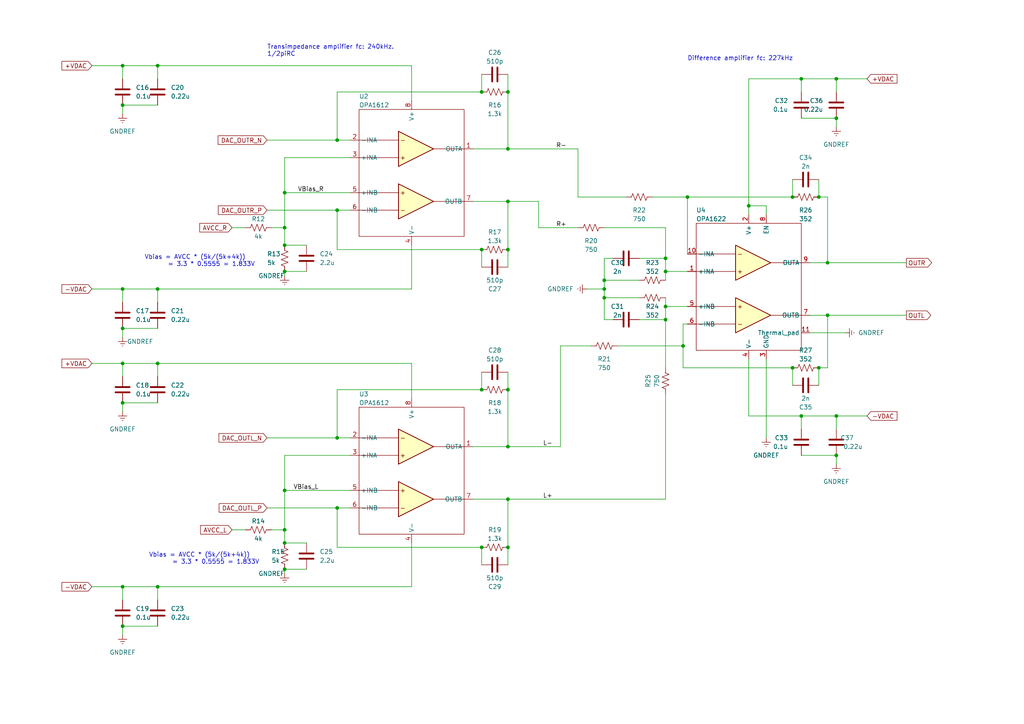
<source format=kicad_sch>
(kicad_sch (version 20211123) (generator eeschema)
  (paper "A4")
  (title_block (title "Output Stage"))
  (lib_symbols
    (symbol "Device:C" (pin_numbers hide) (pin_names (offset 0.254))
      (property "Reference" "C" (at 0.635 2.54 0))
      (property "Value" "C" (at 0.635 -2.54 0))
      (symbol "C_0_1"
        (polyline (pts (xy -2.032 -0.762) (xy 2.032 -0.762)) (stroke (width 0.508)))
        (polyline (pts (xy -2.032 0.762) (xy 2.032 0.762)) (stroke (width 0.508)))
      )
      (symbol "C_1_1"
        (pin passive line (at 0 3.81 270) (length 2.794) (name "~") (number "1"))
        (pin passive line (at 0 -3.81 90) (length 2.794) (name "~") (number "2"))
      )
    )
    (symbol "Device:R_US" (pin_numbers hide) (pin_names (offset 0))
      (property "Reference" "R" (at 2.54 0 90))
      (property "Value" "R_US" (at -2.54 0 90))
      (symbol "R_US_0_1"
        (polyline (pts (xy 0 -2.286) (xy 0 -2.54)))
        (polyline (pts (xy 0 2.286) (xy 0 2.54)))
        (polyline (pts (xy 0 -0.762) (xy 1.016 -1.143) (xy 0 -1.524) (xy -1.016 -1.905) (xy 0 -2.286)))
        (polyline (pts (xy 0 0.762) (xy 1.016 0.381) (xy 0 0) (xy -1.016 -0.381) (xy 0 -0.762)))
        (polyline (pts (xy 0 2.286) (xy 1.016 1.905) (xy 0 1.524) (xy -1.016 1.143) (xy 0 0.762)))
      )
      (symbol "R_US_1_1"
        (pin passive line (at 0 3.81 270) (length 1.27) (name "~") (number "1"))
        (pin passive line (at 0 -3.81 90) (length 1.27) (name "~") (number "2"))
      )
    )
    (symbol "power:GNDREF" (power) (pin_names (offset 0))
      (property "Value" "GNDREF" (at 0 -3.81 0))
      (symbol "GNDREF_0_1"
        (polyline (pts (xy -0.635 -1.905) (xy 0.635 -1.905)))
        (polyline (pts (xy -0.127 -2.54) (xy 0.127 -2.54)))
        (polyline (pts (xy 0 -1.27) (xy 0 0)))
        (polyline (pts (xy 1.27 -1.27) (xy -1.27 -1.27)))
      )
      (symbol "GNDREF_1_1"
        (pin power_in line (at 0 0 270) (length 0) hide (name "GNDREF") (number "1"))
      )
    )
    (symbol "steDAC:OPA1612-Q1"
      (property "Reference" "U" (at 1.27 1.27 0))
      (property "Value" "OPA1612-Q1" (at 6.35 3.81 0))
      (symbol "OPA1612-Q1_0_0"
        (polyline (pts (xy 0 -29.21) (xy 11.43 -29.21)))
        (polyline (pts (xy 0 -24.13) (xy 11.43 -24.13)))
        (polyline (pts (xy 0 -13.97) (xy 11.43 -13.97)))
        (polyline (pts (xy 0 -8.89) (xy 11.43 -8.89)))
        (polyline (pts (xy 21.59 -26.67) (xy 30.48 -26.67)))
        (polyline (pts (xy 21.59 -11.43) (xy 30.48 -11.43)))
        (text "+" (at 12.7 -24.13 0) (effects (font (size 1.27 1.27))))
        (text "+" (at 12.7 -13.97 0) (effects (font (size 1.27 1.27))))
        (text "-" (at 12.7 -29.21 0) (effects (font (size 1.27 1.27))))
        (text "-" (at 12.7 -8.89 0) (effects (font (size 1.27 1.27))))
      )
      (symbol "OPA1612-Q1_0_1"
        (polyline (pts (xy 21.59 -26.67) (xy 11.43 -31.75) (xy 11.43 -21.59) (xy 21.59 -26.67)) (stroke (width 0.254)) (fill (type background)))
        (polyline (pts (xy 21.59 -11.43) (xy 11.43 -6.35) (xy 11.43 -16.51) (xy 21.59 -11.43)) (stroke (width 0.254)) (fill (type background)))
        (rectangle (start 0 0) (end 30.48 -36.83))
      )
      (symbol "OPA1612-Q1_1_1"
        (pin output line (at 33.02 -11.43 180) (length 2.54) (name "OUTA") (number "1"))
        (pin input line (at -2.54 -8.89 0) (length 2.54) (name "-INA") (number "2"))
        (pin input line (at -2.54 -13.97 0) (length 2.54) (name "+INA") (number "3"))
        (pin power_in line (at 15.24 -39.37 90) (length 2.54) (name "V-") (number "4"))
        (pin input line (at -2.54 -24.13 0) (length 2.54) (name "+INB") (number "5"))
        (pin input line (at -2.54 -29.21 0) (length 2.54) (name "-INB") (number "6"))
        (pin output line (at 33.02 -26.67 180) (length 2.54) (name "OUTB") (number "7"))
        (pin power_in line (at 15.24 2.54 270) (length 2.54) (name "V+") (number "8"))
      )
    )
    (symbol "steDAC:OPA1622"
      (property "Reference" "U" (at 0 3.81 0))
      (property "Value" "OPA1622" (at 3.81 1.27 0))
      (symbol "OPA1622_0_0"
        (polyline (pts (xy 0 -29.21) (xy 11.43 -29.21)))
        (polyline (pts (xy 0 -24.13) (xy 11.43 -24.13)))
        (polyline (pts (xy 0 -13.97) (xy 11.43 -13.97)))
        (polyline (pts (xy 0 -8.89) (xy 11.43 -8.89)))
        (polyline (pts (xy 21.59 -26.67) (xy 30.48 -26.67)))
        (polyline (pts (xy 21.59 -11.43) (xy 30.48 -11.43)))
        (text "+" (at 12.7 -24.13 0) (effects (font (size 1.27 1.27))))
        (text "+" (at 12.7 -13.97 0) (effects (font (size 1.27 1.27))))
        (text "-" (at 12.7 -29.21 0) (effects (font (size 1.27 1.27))))
        (text "-" (at 12.7 -8.89 0) (effects (font (size 1.27 1.27))))
      )
      (symbol "OPA1622_0_1"
        (polyline (pts (xy 21.59 -26.67) (xy 11.43 -31.75) (xy 11.43 -21.59) (xy 21.59 -26.67)) (stroke (width 0.254)) (fill (type background)))
        (polyline (pts (xy 21.59 -11.43) (xy 11.43 -6.35) (xy 11.43 -16.51) (xy 21.59 -11.43)) (stroke (width 0.254)) (fill (type background)))
        (rectangle (start 0 0) (end 30.48 -36.83))
      )
      (symbol "OPA1622_1_1"
        (pin input line (at -2.54 -13.97 0) (length 2.54) (name "+INA") (number "1"))
        (pin input line (at -2.54 -8.89 0) (length 2.54) (name "-INA") (number "10"))
        (pin passive line (at 33.02 -31.75 180) (length 2.54) (name "Thermal_pad") (number "11"))
        (pin power_in line (at 15.24 2.54 270) (length 2.54) (name "V+") (number "2"))
        (pin power_in line (at 20.32 -39.37 90) (length 2.54) (name "GND") (number "3"))
        (pin power_in line (at 15.24 -39.37 90) (length 2.54) (name "V-") (number "4"))
        (pin input line (at -2.54 -24.13 0) (length 2.54) (name "+INB") (number "5"))
        (pin input line (at -2.54 -29.21 0) (length 2.54) (name "-INB") (number "6"))
        (pin output line (at 33.02 -26.67 180) (length 2.54) (name "OUTB") (number "7"))
        (pin input line (at 20.32 2.54 270) (length 2.54) (name "EN") (number "8"))
        (pin output line (at 33.02 -11.43 180) (length 2.54) (name "OUTA") (number "9"))
      )
    )
  )
  (junction (at 240.03 91.44))
  (junction (at 242.57 132.08))
  (junction (at 82.55 71.12))
  (junction (at 82.55 142.24))
  (junction (at 139.7 26.67))
  (junction (at 232.41 22.86))
  (junction (at 82.55 66.04))
  (junction (at 193.04 88.9))
  (junction (at 35.56 170.18))
  (junction (at 147.32 144.78))
  (junction (at 82.55 165.1))
  (junction (at 193.04 92.71))
  (junction (at 147.32 43.18))
  (junction (at 193.04 74.93))
  (junction (at 45.72 105.41))
  (junction (at 237.49 106.68))
  (junction (at 147.32 158.75))
  (junction (at 35.56 181.61))
  (junction (at 82.55 157.48))
  (junction (at 82.55 55.88))
  (junction (at 147.32 113.03))
  (junction (at 240.03 76.2))
  (junction (at 175.26 81.28))
  (junction (at 193.04 78.74))
  (junction (at 198.12 100.33))
  (junction (at 45.72 19.05))
  (junction (at 139.7 72.39))
  (junction (at 97.79 60.96))
  (junction (at 45.72 170.18))
  (junction (at 35.56 116.84))
  (junction (at 35.56 30.48))
  (junction (at 217.17 59.69))
  (junction (at 45.72 83.82))
  (junction (at 147.32 129.54))
  (junction (at 242.57 22.86))
  (junction (at 147.32 58.42))
  (junction (at 175.26 83.82))
  (junction (at 97.79 147.32))
  (junction (at 237.49 57.15))
  (junction (at 82.55 78.74))
  (junction (at 229.87 57.15))
  (junction (at 139.7 158.75))
  (junction (at 97.79 40.64))
  (junction (at 147.32 26.67))
  (junction (at 242.57 120.65))
  (junction (at 229.87 106.68))
  (junction (at 147.32 72.39))
  (junction (at 175.26 86.36))
  (junction (at 242.57 34.29))
  (junction (at 82.55 153.67))
  (junction (at 35.56 95.25))
  (junction (at 97.79 127))
  (junction (at 35.56 83.82))
  (junction (at 35.56 19.05))
  (junction (at 232.41 120.65))
  (junction (at 139.7 113.03))
  (junction (at 35.56 105.41))
  (junction (at 199.39 57.15))
  (wire (pts (xy 97.79 127) (xy 101.6 127)))
  (wire (pts (xy 137.16 129.54) (xy 147.32 129.54)))
  (wire (pts (xy 119.38 115.57) (xy 119.38 105.41)))
  (wire (pts (xy 139.7 107.95) (xy 139.7 113.03)))
  (wire (pts (xy 97.79 158.75) (xy 139.7 158.75)))
  (wire (pts (xy 82.55 55.88) (xy 101.6 55.88)))
  (wire (pts (xy 217.17 62.23) (xy 217.17 59.69)))
  (wire (pts (xy 82.55 153.67) (xy 78.74 153.67)))
  (wire (pts (xy 97.79 40.64) (xy 101.6 40.64)))
  (wire (pts (xy 45.72 83.82) (xy 35.56 83.82)))
  (wire (pts (xy 217.17 59.69) (xy 217.17 22.86)))
  (wire (pts (xy 171.45 100.33) (xy 162.56 100.33)))
  (wire (pts (xy 179.07 100.33) (xy 198.12 100.33)))
  (wire (pts (xy 137.16 58.42) (xy 147.32 58.42)))
  (wire (pts (xy 237.49 111.76) (xy 237.49 106.68)))
  (wire (pts (xy 119.38 71.12) (xy 119.38 83.82)))
  (wire (pts (xy 251.46 120.65) (xy 242.57 120.65)))
  (wire (pts (xy 97.79 147.32) (xy 97.79 158.75)))
  (wire (pts (xy 82.55 71.12) (xy 88.9 71.12)))
  (wire (pts (xy 97.79 113.03) (xy 139.7 113.03)))
  (wire (pts (xy 26.67 105.41) (xy 35.56 105.41)))
  (wire (pts (xy 45.72 170.18) (xy 119.38 170.18)))
  (wire (pts (xy 35.56 116.84) (xy 35.56 119.38)))
  (wire (pts (xy 240.03 91.44) (xy 234.95 91.44)))
  (wire (pts (xy 185.42 74.93) (xy 193.04 74.93)))
  (wire (pts (xy 45.72 30.48) (xy 35.56 30.48)))
  (wire (pts (xy 45.72 116.84) (xy 35.56 116.84)))
  (wire (pts (xy 97.79 72.39) (xy 139.7 72.39)))
  (wire (pts (xy 198.12 93.98) (xy 199.39 93.98)))
  (wire (pts (xy 229.87 106.68) (xy 198.12 106.68)))
  (wire (pts (xy 35.56 19.05) (xy 35.56 22.86)))
  (wire (pts (xy 222.25 104.14) (xy 222.25 127)))
  (wire (pts (xy 77.47 60.96) (xy 97.79 60.96)))
  (wire (pts (xy 26.67 19.05) (xy 35.56 19.05)))
  (wire (pts (xy 35.56 30.48) (xy 35.56 33.02)))
  (wire (pts (xy 237.49 106.68) (xy 240.03 106.68)))
  (wire (pts (xy 35.56 181.61) (xy 35.56 184.15)))
  (wire (pts (xy 177.8 74.93) (xy 175.26 74.93)))
  (wire (pts (xy 245.11 96.52) (xy 234.95 96.52)))
  (wire (pts (xy 193.04 92.71) (xy 193.04 106.68)))
  (wire (pts (xy 139.7 21.59) (xy 139.7 26.67)))
  (wire (pts (xy 193.04 86.36) (xy 193.04 88.9)))
  (wire (pts (xy 232.41 120.65) (xy 242.57 120.65)))
  (wire (pts (xy 101.6 45.72) (xy 82.55 45.72)))
  (wire (pts (xy 45.72 83.82) (xy 119.38 83.82)))
  (wire (pts (xy 198.12 106.68) (xy 198.12 100.33)))
  (wire (pts (xy 232.41 26.67) (xy 232.41 22.86)))
  (wire (pts (xy 147.32 129.54) (xy 147.32 113.03)))
  (wire (pts (xy 193.04 88.9) (xy 199.39 88.9)))
  (wire (pts (xy 242.57 22.86) (xy 242.57 26.67)))
  (wire (pts (xy 193.04 74.93) (xy 193.04 78.74)))
  (wire (pts (xy 167.64 57.15) (xy 167.64 43.18)))
  (wire (pts (xy 67.31 66.04) (xy 71.12 66.04)))
  (wire (pts (xy 242.57 120.65) (xy 242.57 124.46)))
  (wire (pts (xy 175.26 92.71) (xy 175.26 86.36)))
  (wire (pts (xy 242.57 132.08) (xy 242.57 134.62)))
  (wire (pts (xy 198.12 100.33) (xy 198.12 93.98)))
  (wire (pts (xy 167.64 66.04) (xy 156.21 66.04)))
  (wire (pts (xy 97.79 26.67) (xy 139.7 26.67)))
  (wire (pts (xy 147.32 144.78) (xy 147.32 158.75)))
  (wire (pts (xy 170.18 83.82) (xy 175.26 83.82)))
  (wire (pts (xy 240.03 57.15) (xy 240.03 76.2)))
  (wire (pts (xy 97.79 40.64) (xy 97.79 26.67)))
  (wire (pts (xy 199.39 57.15) (xy 199.39 73.66)))
  (wire (pts (xy 185.42 92.71) (xy 193.04 92.71)))
  (wire (pts (xy 45.72 109.22) (xy 45.72 105.41)))
  (wire (pts (xy 175.26 83.82) (xy 175.26 86.36)))
  (wire (pts (xy 162.56 129.54) (xy 147.32 129.54)))
  (wire (pts (xy 232.41 34.29) (xy 242.57 34.29)))
  (wire (pts (xy 147.32 163.83) (xy 147.32 158.75)))
  (wire (pts (xy 189.23 57.15) (xy 199.39 57.15)))
  (wire (pts (xy 162.56 100.33) (xy 162.56 129.54)))
  (wire (pts (xy 240.03 91.44) (xy 262.89 91.44)))
  (wire (pts (xy 137.16 43.18) (xy 147.32 43.18)))
  (wire (pts (xy 193.04 78.74) (xy 193.04 81.28)))
  (wire (pts (xy 229.87 52.07) (xy 229.87 57.15)))
  (wire (pts (xy 193.04 144.78) (xy 193.04 114.3)))
  (wire (pts (xy 67.31 153.67) (xy 71.12 153.67)))
  (wire (pts (xy 97.79 60.96) (xy 101.6 60.96)))
  (wire (pts (xy 240.03 106.68) (xy 240.03 91.44)))
  (wire (pts (xy 175.26 81.28) (xy 185.42 81.28)))
  (wire (pts (xy 156.21 66.04) (xy 156.21 58.42)))
  (wire (pts (xy 26.67 83.82) (xy 35.56 83.82)))
  (wire (pts (xy 82.55 80.01) (xy 82.55 78.74)))
  (wire (pts (xy 35.56 170.18) (xy 35.56 173.99)))
  (wire (pts (xy 97.79 147.32) (xy 101.6 147.32)))
  (wire (pts (xy 77.47 127) (xy 97.79 127)))
  (wire (pts (xy 82.55 142.24) (xy 101.6 142.24)))
  (wire (pts (xy 45.72 22.86) (xy 45.72 19.05)))
  (wire (pts (xy 35.56 105.41) (xy 45.72 105.41)))
  (wire (pts (xy 193.04 66.04) (xy 193.04 74.93)))
  (wire (pts (xy 26.67 170.18) (xy 35.56 170.18)))
  (wire (pts (xy 222.25 59.69) (xy 217.17 59.69)))
  (wire (pts (xy 217.17 22.86) (xy 232.41 22.86)))
  (wire (pts (xy 82.55 157.48) (xy 88.9 157.48)))
  (wire (pts (xy 217.17 104.14) (xy 217.17 120.65)))
  (wire (pts (xy 237.49 52.07) (xy 237.49 57.15)))
  (wire (pts (xy 97.79 60.96) (xy 97.79 72.39)))
  (wire (pts (xy 35.56 95.25) (xy 35.56 97.79)))
  (wire (pts (xy 82.55 55.88) (xy 82.55 66.04)))
  (wire (pts (xy 82.55 78.74) (xy 88.9 78.74)))
  (wire (pts (xy 82.55 165.1) (xy 88.9 165.1)))
  (wire (pts (xy 251.46 22.86) (xy 242.57 22.86)))
  (wire (pts (xy 45.72 170.18) (xy 35.56 170.18)))
  (wire (pts (xy 175.26 86.36) (xy 185.42 86.36)))
  (wire (pts (xy 82.55 166.37) (xy 82.55 165.1)))
  (wire (pts (xy 147.32 21.59) (xy 147.32 26.67)))
  (wire (pts (xy 77.47 40.64) (xy 97.79 40.64)))
  (wire (pts (xy 35.56 19.05) (xy 45.72 19.05)))
  (wire (pts (xy 82.55 132.08) (xy 82.55 142.24)))
  (wire (pts (xy 147.32 107.95) (xy 147.32 113.03)))
  (wire (pts (xy 232.41 132.08) (xy 242.57 132.08)))
  (wire (pts (xy 242.57 34.29) (xy 242.57 36.83)))
  (wire (pts (xy 175.26 74.93) (xy 175.26 81.28)))
  (wire (pts (xy 82.55 66.04) (xy 82.55 71.12)))
  (wire (pts (xy 232.41 124.46) (xy 232.41 120.65)))
  (wire (pts (xy 242.57 22.86) (xy 232.41 22.86)))
  (wire (pts (xy 147.32 58.42) (xy 156.21 58.42)))
  (wire (pts (xy 45.72 87.63) (xy 45.72 83.82)))
  (wire (pts (xy 147.32 58.42) (xy 147.32 72.39)))
  (wire (pts (xy 137.16 144.78) (xy 147.32 144.78)))
  (wire (pts (xy 119.38 105.41) (xy 45.72 105.41)))
  (wire (pts (xy 237.49 57.15) (xy 240.03 57.15)))
  (wire (pts (xy 82.55 142.24) (xy 82.55 153.67)))
  (wire (pts (xy 119.38 19.05) (xy 45.72 19.05)))
  (wire (pts (xy 181.61 57.15) (xy 167.64 57.15)))
  (wire (pts (xy 240.03 76.2) (xy 262.89 76.2)))
  (wire (pts (xy 139.7 163.83) (xy 139.7 158.75)))
  (wire (pts (xy 101.6 132.08) (xy 82.55 132.08)))
  (wire (pts (xy 45.72 173.99) (xy 45.72 170.18)))
  (wire (pts (xy 240.03 76.2) (xy 234.95 76.2)))
  (wire (pts (xy 77.47 147.32) (xy 97.79 147.32)))
  (wire (pts (xy 45.72 95.25) (xy 35.56 95.25)))
  (wire (pts (xy 147.32 144.78) (xy 193.04 144.78)))
  (wire (pts (xy 199.39 78.74) (xy 193.04 78.74)))
  (wire (pts (xy 35.56 83.82) (xy 35.56 87.63)))
  (wire (pts (xy 199.39 57.15) (xy 229.87 57.15)))
  (wire (pts (xy 222.25 62.23) (xy 222.25 59.69)))
  (wire (pts (xy 147.32 77.47) (xy 147.32 72.39)))
  (wire (pts (xy 193.04 88.9) (xy 193.04 92.71)))
  (wire (pts (xy 139.7 77.47) (xy 139.7 72.39)))
  (wire (pts (xy 167.64 43.18) (xy 147.32 43.18)))
  (wire (pts (xy 35.56 105.41) (xy 35.56 109.22)))
  (wire (pts (xy 97.79 127) (xy 97.79 113.03)))
  (wire (pts (xy 175.26 81.28) (xy 175.26 83.82)))
  (wire (pts (xy 175.26 66.04) (xy 193.04 66.04)))
  (wire (pts (xy 82.55 45.72) (xy 82.55 55.88)))
  (wire (pts (xy 119.38 157.48) (xy 119.38 170.18)))
  (wire (pts (xy 119.38 29.21) (xy 119.38 19.05)))
  (wire (pts (xy 147.32 43.18) (xy 147.32 26.67)))
  (wire (pts (xy 45.72 181.61) (xy 35.56 181.61)))
  (wire (pts (xy 229.87 111.76) (xy 229.87 106.68)))
  (wire (pts (xy 177.8 92.71) (xy 175.26 92.71)))
  (wire (pts (xy 217.17 120.65) (xy 232.41 120.65)))
  (wire (pts (xy 78.74 66.04) (xy 82.55 66.04)))
  (wire (pts (xy 82.55 153.67) (xy 82.55 157.48)))
  (text "Transimpedance amplifier fc: 240kHz.\n1/2piRC" (at 77.47 16.51 0) (effects (font (size 1.27 1.27)) (justify left bottom)))
  (text "Difference amplifier fc: 227kHz" (at 199.39 17.78 0) (effects (font (size 1.27 1.27)) (justify left bottom)))
  (text "Vbias = AVCC * (5k/(5k+4k)) \n	  = 3.3 * 0.5555 = 1.833V" (at 43.18 163.83 0) (effects (font (size 1.27 1.27)) (justify left bottom)))
  (text "Vbias = AVCC * (5k/(5k+4k)) \n	  = 3.3 * 0.5555 = 1.833V" (at 41.91 77.47 0) (effects (font (size 1.27 1.27)) (justify left bottom)))
  (label "L+" (at 157.48 144.78 0))
  (label "L-" (at 157.48 129.54 0))
  (label "VBias_L" (at 85.09 142.24 0))
  (label "VBias_R" (at 86.36 55.88 0))
  (label "R+" (at 161.29 66.04 0))
  (label "R-" (at 161.29 43.18 0))
  (global_label "OUTR" (shape output) (at 262.89 76.2 0) (property "Intersheet References" "${INTERSHEET_REFS}" (effects hide)))
  (global_label "-VDAC" (shape input) (at 26.67 83.82 180) (property "Intersheet References" "${INTERSHEET_REFS}" (effects hide)))
  (global_label "+VDAC" (shape input) (at 26.67 105.41 180) (property "Intersheet References" "${INTERSHEET_REFS}" (effects hide)))
  (global_label "OUTL" (shape output) (at 262.89 91.44 0) (property "Intersheet References" "${INTERSHEET_REFS}" (effects hide)))
  (global_label "DAC_OUTL_N" (shape input) (at 77.47 127 180) (property "Intersheet References" "${INTERSHEET_REFS}" (effects hide)))
  (global_label "AVCC_R" (shape input) (at 67.31 66.04 180) (property "Intersheet References" "${INTERSHEET_REFS}" (effects hide)))
  (global_label "DAC_OUTR_P" (shape input) (at 77.47 60.96 180) (property "Intersheet References" "${INTERSHEET_REFS}" (effects hide)))
  (global_label "-VDAC" (shape input) (at 251.46 120.65 0) (property "Intersheet References" "${INTERSHEET_REFS}" (effects hide)))
  (global_label "AVCC_L" (shape input) (at 67.31 153.67 180) (property "Intersheet References" "${INTERSHEET_REFS}" (effects hide)))
  (global_label "DAC_OUTL_P" (shape input) (at 77.47 147.32 180) (property "Intersheet References" "${INTERSHEET_REFS}" (effects hide)))
  (global_label "+VDAC" (shape input) (at 26.67 19.05 180) (property "Intersheet References" "${INTERSHEET_REFS}" (effects hide)))
  (global_label "+VDAC" (shape input) (at 251.46 22.86 0) (property "Intersheet References" "${INTERSHEET_REFS}" (effects hide)))
  (global_label "DAC_OUTR_N" (shape input) (at 77.47 40.64 180) (property "Intersheet References" "${INTERSHEET_REFS}" (effects hide)))
  (global_label "-VDAC" (shape input) (at 26.67 170.18 180) (property "Intersheet References" "${INTERSHEET_REFS}" (effects hide)))
  (symbol (lib_id "Device:R_US") (at 185.42 57.15 270) (unit 1)
    (property "Reference" "R22" (at 185.42 60.96 90))
    (property "Value" "750" (at 185.42 63.5 90))
    (property "Footprint" "Resistor_SMD:R_0805_2012Metric_Pad1.20x1.40mm_HandSolder" (effects hide))
    (property "Part Number" "TNPW0805750RBEEA" (effects hide))
    (property "Mouser Part Number" "71-TNPW0805750RBEEA" (effects hide))
  )
  (symbol (lib_id "Device:C") (at 35.56 91.44 180) (unit 1)
    (property "Reference" "C17" (at 39.37 90.1699 0) (effects (justify right)))
    (property "Value" "0.1u" (at 39.37 92.7099 0) (effects (justify right)))
    (property "Footprint" "Capacitor_SMD:C_0805_2012Metric_Pad1.18x1.45mm_HandSolder" (effects hide))
    (property "Part Number" "CL21B104KBCNFNC" (effects hide))
    (property "Mouser Part Number" "187-CL21B104KBCNFNC" (effects hide))
  )
  (symbol (lib_id "Device:R_US") (at 233.68 106.68 90) (unit 1)
    (property "Reference" "R27" (at 233.68 101.6 90))
    (property "Value" "352" (at 233.68 104.14 90))
    (property "Footprint" "Resistor_SMD:R_0805_2012Metric_Pad1.20x1.40mm_HandSolder" (effects hide))
    (property "Part Number" "RN73H2ATTD3520B25" (effects hide))
    (property "Mouser Part Number" "660-RN73H2ATD3520B25" (effects hide))
  )
  (symbol (lib_id "Device:R_US") (at 74.93 153.67 270) (unit 1)
    (property "Reference" "R14" (at 74.93 151.13 90))
    (property "Value" "4k" (at 74.93 156.21 90))
    (property "Footprint" "Resistor_SMD:R_0805_2012Metric_Pad1.20x1.40mm_HandSolder" (effects hide))
    (property "Part Number" "TNPW08054K02BYEN" (effects hide))
    (property "Mouser Part Number" "71-TNPW08054K02BYEN" (effects hide))
  )
  (symbol (lib_id "Device:C") (at 143.51 77.47 90) (unit 1)
    (property "Reference" "C27" (at 143.51 83.82 90))
    (property "Value" "510p" (at 143.51 81.28 90))
    (property "Footprint" "Capacitor_SMD:C_0805_2012Metric_Pad1.18x1.45mm_HandSolder" (effects hide))
    (property "Part Number" "C0805C511F3HACTU" (effects hide))
    (property "Mouser Part Number" "80-C0805C511F3HACTU" (effects hide))
  )
  (symbol (lib_id "Device:C") (at 242.57 128.27 0) (mirror x) (unit 1)
    (property "Reference" "C37" (at 247.65 127 0) (effects (justify right)))
    (property "Value" "0.22u" (at 250.19 129.54 0) (effects (justify right)))
    (property "Footprint" "Capacitor_SMD:C_0805_2012Metric_Pad1.18x1.45mm_HandSolder" (effects hide))
    (property "Part Number" "CL21B224KAFNNNG" (effects hide))
    (property "Mouser Part Number" "187-CL21B224KAFNNNG" (effects hide))
  )
  (symbol (lib_id "Device:C") (at 181.61 74.93 270) (unit 1)
    (property "Reference" "C30" (at 179.07 76.2 90))
    (property "Value" "2n" (at 179.07 78.74 90))
    (property "Footprint" "Capacitor_SMD:C_0805_2012Metric_Pad1.18x1.45mm_HandSolder" (effects hide))
    (property "Part Number" "C0805C202F4HACAUTO" (effects hide))
    (property "Mouser Part Number" "80-C0805C202F4HAUTO" (effects hide))
  )
  (symbol (lib_id "Device:C") (at 233.68 52.07 270) (unit 1)
    (property "Reference" "C34" (at 233.68 45.72 90))
    (property "Value" "2n" (at 233.68 48.26 90))
    (property "Footprint" "Capacitor_SMD:C_0805_2012Metric_Pad1.18x1.45mm_HandSolder" (effects hide))
    (property "Part Number" "C0805C202F4HACAUTO" (effects hide))
    (property "Mouser Part Number" "80-C0805C202F4HAUTO" (effects hide))
  )
  (symbol (lib_id "power:GNDREF") (at 242.57 36.83 0) (mirror y) (unit 1)
    (property "Reference" "#PWR0150" (effects hide))
    (property "Value" "GNDREF" (at 242.57 41.91 0))
  )
  (symbol (lib_id "Device:C") (at 233.68 111.76 90) (unit 1)
    (property "Reference" "C35" (at 233.68 118.11 90))
    (property "Value" "2n" (at 233.68 115.57 90))
    (property "Footprint" "Capacitor_SMD:C_0805_2012Metric_Pad1.18x1.45mm_HandSolder" (effects hide))
    (property "Part Number" "C0805C202F4HACAUTO" (effects hide))
    (property "Mouser Part Number" "80-C0805C202F4HAUTO" (effects hide))
  )
  (symbol (lib_id "Device:R_US") (at 82.55 74.93 180) (unit 1)
    (property "Reference" "R13" (at 77.47 73.66 0) (effects (justify right)))
    (property "Value" "5k" (at 77.47 76.2 0) (effects (justify right)))
    (property "Footprint" "Resistor_SMD:R_0805_2012Metric_Pad1.20x1.40mm_HandSolder" (effects hide))
    (property "Part Number" "CRT0805-BY-5001EAS" (effects hide))
    (property "Mouser Part Number" "652-CRT0805BY5001EAS" (effects hide))
  )
  (symbol (lib_id "Device:R_US") (at 143.51 26.67 270) (unit 1)
    (property "Reference" "R16" (at 143.51 30.48 90))
    (property "Value" "1.3k" (at 143.51 33.02 90))
    (property "Footprint" "Resistor_SMD:R_0805_2012Metric_Pad1.20x1.40mm_HandSolder" (effects hide))
    (property "Part Number" "RG2012P-132-B-T5" (effects hide))
    (property "Mouser Part Number" "754-RG2012P-132-BT5" (effects hide))
  )
  (symbol (lib_id "Device:C") (at 45.72 91.44 180) (unit 1)
    (property "Reference" "C21" (at 49.53 90.1699 0) (effects (justify right)))
    (property "Value" "0.22u" (at 49.53 92.7099 0) (effects (justify right)))
    (property "Footprint" "Capacitor_SMD:C_0805_2012Metric_Pad1.18x1.45mm_HandSolder" (effects hide))
    (property "Part Number" "CL21B224KAFNNNG" (effects hide))
    (property "Mouser Part Number" "187-CL21B224KAFNNNG" (effects hide))
  )
  (symbol (lib_id "steDAC:OPA1612-Q1") (at 104.14 118.11 0) (unit 1)
    (property "Reference" "U3" (at 104.14 114.3 0) (effects (justify left)))
    (property "Value" "OPA1612" (at 104.14 116.84 0) (effects (justify left)))
    (property "Footprint" "SamacSys_Parts:SOIC127P600X175-8N" (effects hide))
    (property "Part Number" "OPA1612AID" (effects hide))
    (property "Mouser Part Number" "595-OPA1612AID" (effects hide))
  )
  (symbol (lib_id "Device:C") (at 143.51 163.83 90) (unit 1)
    (property "Reference" "C29" (at 143.51 170.18 90))
    (property "Value" "510p" (at 143.51 167.64 90))
    (property "Footprint" "Capacitor_SMD:C_0805_2012Metric_Pad1.18x1.45mm_HandSolder" (effects hide))
    (property "Part Number" "C0805C511F3HACTU" (effects hide))
    (property "Mouser Part Number" "80-C0805C511F3HACTU" (effects hide))
  )
  (symbol (lib_id "power:GNDREF") (at 82.55 166.37 0) (unit 1)
    (property "Reference" "#PWR0143" (effects hide))
    (property "Value" "GNDREF" (at 78.74 166.37 0))
  )
  (symbol (lib_id "Device:C") (at 45.72 113.03 180) (unit 1)
    (property "Reference" "C22" (at 49.53 111.7599 0) (effects (justify right)))
    (property "Value" "0.22u" (at 49.53 114.2999 0) (effects (justify right)))
    (property "Footprint" "Capacitor_SMD:C_0805_2012Metric_Pad1.18x1.45mm_HandSolder" (effects hide))
    (property "Part Number" "CL21B224KAFNNNG" (effects hide))
    (property "Mouser Part Number" "187-CL21B224KAFNNNG" (effects hide))
  )
  (symbol (lib_id "Device:C") (at 45.72 26.67 180) (unit 1)
    (property "Reference" "C20" (at 49.53 25.3999 0) (effects (justify right)))
    (property "Value" "0.22u" (at 49.53 27.9399 0) (effects (justify right)))
    (property "Footprint" "Capacitor_SMD:C_0805_2012Metric_Pad1.18x1.45mm_HandSolder" (effects hide))
    (property "Part Number" "CL21B224KAFNNNG" (effects hide))
    (property "Mouser Part Number" "187-CL21B224KAFNNNG" (effects hide))
  )
  (symbol (lib_id "Device:C") (at 35.56 113.03 180) (unit 1)
    (property "Reference" "C18" (at 39.37 111.7599 0) (effects (justify right)))
    (property "Value" "0.1u" (at 39.37 114.2999 0) (effects (justify right)))
    (property "Footprint" "Capacitor_SMD:C_0805_2012Metric_Pad1.18x1.45mm_HandSolder" (effects hide))
    (property "Part Number" "CL21B104KBCNFNC" (effects hide))
    (property "Mouser Part Number" "187-CL21B104KBCNFNC" (effects hide))
  )
  (symbol (lib_id "Device:C") (at 143.51 21.59 270) (unit 1)
    (property "Reference" "C26" (at 143.51 15.24 90))
    (property "Value" "510p" (at 143.51 17.78 90))
    (property "Footprint" "Capacitor_SMD:C_0805_2012Metric_Pad1.18x1.45mm_HandSolder" (effects hide))
    (property "Part Number" "C0805C511F3HACTU" (effects hide))
    (property "Mouser Part Number" "80-C0805C511F3HACTU" (effects hide))
  )
  (symbol (lib_id "Device:R_US") (at 189.23 86.36 270) (unit 1)
    (property "Reference" "R24" (at 189.23 88.9 90))
    (property "Value" "352" (at 189.23 91.44 90))
    (property "Footprint" "Resistor_SMD:R_0805_2012Metric_Pad1.20x1.40mm_HandSolder" (effects hide))
    (property "Part Number" "RN73H2ATTD3520B25" (effects hide))
    (property "Mouser Part Number" "660-RN73H2ATD3520B25" (effects hide))
  )
  (symbol (lib_id "power:GNDREF") (at 245.11 96.52 90) (mirror x) (unit 1)
    (property "Reference" "#PWR0147" (effects hide))
    (property "Value" "GNDREF" (at 248.92 96.5199 90) (effects (justify right)))
  )
  (symbol (lib_id "Device:R_US") (at 74.93 66.04 270) (unit 1)
    (property "Reference" "R12" (at 74.93 63.5 90))
    (property "Value" "4k" (at 74.93 68.58 90))
    (property "Footprint" "Resistor_SMD:R_0805_2012Metric_Pad1.20x1.40mm_HandSolder" (effects hide))
    (property "Part Number" "TNPW08054K02BYEN" (effects hide))
    (property "Mouser Part Number" "71-TNPW08054K02BYEN" (effects hide))
  )
  (symbol (lib_id "Device:R_US") (at 193.04 110.49 180) (unit 1)
    (property "Reference" "R25" (at 187.96 110.49 90))
    (property "Value" "750" (at 190.5 110.49 90))
    (property "Footprint" "Resistor_SMD:R_0805_2012Metric_Pad1.20x1.40mm_HandSolder" (effects hide))
    (property "Part Number" "TNPW0805750RBEEA" (effects hide))
    (property "Mouser Part Number" "71-TNPW0805750RBEEA" (effects hide))
  )
  (symbol (lib_id "Device:C") (at 45.72 177.8 180) (unit 1)
    (property "Reference" "C23" (at 49.53 176.5299 0) (effects (justify right)))
    (property "Value" "0.22u" (at 49.53 179.0699 0) (effects (justify right)))
    (property "Footprint" "Capacitor_SMD:C_0805_2012Metric_Pad1.18x1.45mm_HandSolder" (effects hide))
    (property "Part Number" "CL21B224KAFNNNG" (effects hide))
    (property "Mouser Part Number" "187-CL21B224KAFNNNG" (effects hide))
  )
  (symbol (lib_id "power:GNDREF") (at 35.56 119.38 0) (unit 1)
    (property "Reference" "#PWR0141" (effects hide))
    (property "Value" "GNDREF" (at 35.56 124.46 0))
  )
  (symbol (lib_id "power:GNDREF") (at 35.56 33.02 0) (unit 1)
    (property "Reference" "#PWR0144" (effects hide))
    (property "Value" "GNDREF" (at 35.56 38.1 0))
  )
  (symbol (lib_id "Device:C") (at 35.56 26.67 180) (unit 1)
    (property "Reference" "C16" (at 39.37 25.3999 0) (effects (justify right)))
    (property "Value" "0.1u" (at 39.37 27.9399 0) (effects (justify right)))
    (property "Footprint" "Capacitor_SMD:C_0805_2012Metric_Pad1.18x1.45mm_HandSolder" (effects hide))
    (property "Part Number" "CL21B104KBCNFNC" (effects hide))
    (property "Mouser Part Number" "187-CL21B104KBCNFNC" (effects hide))
  )
  (symbol (lib_id "Device:C") (at 181.61 92.71 90) (unit 1)
    (property "Reference" "C31" (at 179.07 88.9 90))
    (property "Value" "2n" (at 179.07 91.44 90))
    (property "Footprint" "Capacitor_SMD:C_0805_2012Metric_Pad1.18x1.45mm_HandSolder" (effects hide))
    (property "Part Number" "C0805C202F4HACAUTO" (effects hide))
    (property "Mouser Part Number" "80-C0805C202F4HAUTO" (effects hide))
  )
  (symbol (lib_id "power:GNDREF") (at 82.55 80.01 0) (unit 1)
    (property "Reference" "#PWR0140" (effects hide))
    (property "Value" "GNDREF" (at 78.74 80.01 0))
  )
  (symbol (lib_id "Device:C") (at 88.9 161.29 180) (unit 1)
    (property "Reference" "C25" (at 92.71 160.0199 0) (effects (justify right)))
    (property "Value" "2.2u" (at 92.71 162.5599 0) (effects (justify right)))
    (property "Footprint" "Capacitor_SMD:C_0805_2012Metric_Pad1.18x1.45mm_HandSolder" (effects hide))
    (property "Part Number" "TMK212B7225KGHT" (effects hide))
    (property "Mouser Part Number" "963-TMK212B7225KGHT" (effects hide))
  )
  (symbol (lib_id "power:GNDREF") (at 170.18 83.82 270) (unit 1)
    (property "Reference" "#PWR0149" (effects hide))
    (property "Value" "GNDREF" (at 162.56 83.82 90))
  )
  (symbol (lib_id "Device:R_US") (at 233.68 57.15 270) (unit 1)
    (property "Reference" "R26" (at 233.68 60.96 90))
    (property "Value" "352" (at 233.68 63.5 90))
    (property "Footprint" "Resistor_SMD:R_0805_2012Metric_Pad1.20x1.40mm_HandSolder" (effects hide))
    (property "Part Number" "RN73H2ATTD3520B25" (effects hide))
    (property "Mouser Part Number" "660-RN73H2ATD3520B25" (effects hide))
  )
  (symbol (lib_id "Device:R_US") (at 189.23 81.28 90) (unit 1)
    (property "Reference" "R23" (at 189.23 76.2 90))
    (property "Value" "352" (at 189.23 78.74 90))
    (property "Footprint" "Resistor_SMD:R_0805_2012Metric_Pad1.20x1.40mm_HandSolder" (effects hide))
    (property "Part Number" "RN73H2ATTD3520B25" (effects hide))
    (property "Mouser Part Number" "660-RN73H2ATD3520B25" (effects hide))
  )
  (symbol (lib_id "Device:C") (at 143.51 107.95 270) (unit 1)
    (property "Reference" "C28" (at 143.51 101.6 90))
    (property "Value" "510p" (at 143.51 104.14 90))
    (property "Footprint" "Capacitor_SMD:C_0805_2012Metric_Pad1.18x1.45mm_HandSolder" (effects hide))
    (property "Part Number" "C0805C511F3HACTU" (effects hide))
    (property "Mouser Part Number" "80-C0805C511F3HACTU" (effects hide))
  )
  (symbol (lib_id "Device:R_US") (at 82.55 161.29 180) (unit 1)
    (property "Reference" "R15" (at 78.74 160.02 0) (effects (justify right)))
    (property "Value" "5k" (at 78.74 162.56 0) (effects (justify right)))
    (property "Footprint" "Resistor_SMD:R_0805_2012Metric_Pad1.20x1.40mm_HandSolder" (effects hide))
    (property "Part Number" "CRT0805-BY-5001EAS" (effects hide))
    (property "Mouser Part Number" "652-CRT0805BY5001EAS" (effects hide))
  )
  (symbol (lib_id "Device:R_US") (at 143.51 113.03 270) (unit 1)
    (property "Reference" "R18" (at 143.51 116.84 90))
    (property "Value" "1.3k" (at 143.51 119.38 90))
    (property "Footprint" "Resistor_SMD:R_0805_2012Metric_Pad1.20x1.40mm_HandSolder" (effects hide))
    (property "Part Number" "RG2012P-132-B-T5" (effects hide))
    (property "Mouser Part Number" "754-RG2012P-132-BT5" (effects hide))
  )
  (symbol (lib_id "Device:C") (at 242.57 30.48 0) (mirror x) (unit 1)
    (property "Reference" "C36" (at 238.76 29.2099 0) (effects (justify right)))
    (property "Value" "0.22u" (at 238.76 31.7499 0) (effects (justify right)))
    (property "Footprint" "Capacitor_SMD:C_0805_2012Metric_Pad1.18x1.45mm_HandSolder" (effects hide))
    (property "Part Number" "CL21B224KAFNNNG" (effects hide))
    (property "Mouser Part Number" "187-CL21B224KAFNNNG" (effects hide))
  )
  (symbol (lib_id "Device:C") (at 232.41 30.48 0) (mirror x) (unit 1)
    (property "Reference" "C32" (at 228.6 29.2099 0) (effects (justify right)))
    (property "Value" "0.1u" (at 228.6 31.7499 0) (effects (justify right)))
    (property "Footprint" "Capacitor_SMD:C_0805_2012Metric_Pad1.18x1.45mm_HandSolder" (effects hide))
    (property "Mouser Part Number" "187-CL21B104KBCNFNC" (effects hide))
    (property "Part Number" "CL21B104KBCNFNC" (effects hide))
  )
  (symbol (lib_id "power:GNDREF") (at 35.56 184.15 0) (unit 1)
    (property "Reference" "#PWR0142" (effects hide))
    (property "Value" "GNDREF" (at 35.56 189.23 0))
  )
  (symbol (lib_id "Device:C") (at 35.56 177.8 180) (unit 1)
    (property "Reference" "C19" (at 39.37 176.5299 0) (effects (justify right)))
    (property "Value" "0.1u" (at 39.37 179.0699 0) (effects (justify right)))
    (property "Footprint" "Capacitor_SMD:C_0805_2012Metric_Pad1.18x1.45mm_HandSolder" (effects hide))
    (property "Part Number" "CL21B104KBCNFNC" (effects hide))
    (property "Mouser Part Number" "187-CL21B104KBCNFNC" (effects hide))
  )
  (symbol (lib_id "steDAC:OPA1622") (at 201.93 64.77 0) (unit 1)
    (property "Reference" "U4" (at 201.93 60.96 0) (effects (justify left)))
    (property "Value" "OPA1622" (at 201.93 63.5 0) (effects (justify left)))
    (property "Footprint" "SamacSys_Parts:SON50P300X300X100-11N" (effects hide))
    (property "Manufacturer_Name" "Texas Instruments" (effects hide))
    (property "Manufacturer_Part_Number" "OPA1622IDRCR" (effects hide))
    (property "Mouser Part Number" "595-OPA1622IDRCR" (effects hide))
    (property "Mouser Price/Stock" "https://www.mouser.co.uk/ProductDetail/Texas-Instruments/OPA1622IDRCR/?qs=8%2FmU9qzJpL8wd%252BNGqblyNw%3D%3D" (effects hide))
    (property "Arrow Part Number" "OPA1622IDRCR" (effects hide))
    (property "Arrow Price/Stock" "https://www.arrow.com/en/products/opa1622idrcr/texas-instruments" (effects hide))
  )
  (symbol (lib_id "power:GNDREF") (at 242.57 134.62 0) (mirror y) (unit 1)
    (property "Reference" "#PWR0146" (effects hide))
    (property "Value" "GNDREF" (at 242.57 139.7 0))
  )
  (symbol (lib_id "Device:R_US") (at 171.45 66.04 270) (unit 1)
    (property "Reference" "R20" (at 171.45 69.85 90))
    (property "Value" "750" (at 171.45 72.39 90))
    (property "Footprint" "Resistor_SMD:R_0805_2012Metric_Pad1.20x1.40mm_HandSolder" (effects hide))
    (property "Part Number" "TNPW0805750RBEEA" (effects hide))
    (property "Mouser Part Number" "71-TNPW0805750RBEEA" (effects hide))
  )
  (symbol (lib_id "Device:R_US") (at 175.26 100.33 270) (unit 1)
    (property "Reference" "R21" (at 175.26 104.14 90))
    (property "Value" "750" (at 175.26 106.68 90))
    (property "Footprint" "Resistor_SMD:R_0805_2012Metric_Pad1.20x1.40mm_HandSolder" (effects hide))
    (property "Part Number" "TNPW0805750RBEEA" (effects hide))
    (property "Mouser Part Number" "71-TNPW0805750RBEEA" (effects hide))
  )
  (symbol (lib_id "Device:C") (at 88.9 74.93 180) (unit 1)
    (property "Reference" "C24" (at 92.71 73.6599 0) (effects (justify right)))
    (property "Value" "2.2u" (at 92.71 76.1999 0) (effects (justify right)))
    (property "Footprint" "Capacitor_SMD:C_0805_2012Metric_Pad1.18x1.45mm_HandSolder" (effects hide))
    (property "Part Number" "TMK212B7225KGHT" (effects hide))
    (property "Mouser Part Number" "963-TMK212B7225KGHT" (effects hide))
  )
  (symbol (lib_id "power:GNDREF") (at 222.25 127 0) (mirror y) (unit 1)
    (property "Reference" "#PWR0148" (effects hide))
    (property "Value" "GNDREF" (at 222.25 132.08 0))
  )
  (symbol (lib_id "Device:R_US") (at 143.51 72.39 90) (unit 1)
    (property "Reference" "R17" (at 143.51 67.31 90))
    (property "Value" "1.3k" (at 143.51 69.85 90))
    (property "Footprint" "Resistor_SMD:R_0805_2012Metric_Pad1.20x1.40mm_HandSolder" (effects hide))
    (property "Part Number" "RG2012P-132-B-T5" (effects hide))
    (property "Mouser Part Number" "754-RG2012P-132-BT5" (effects hide))
  )
  (symbol (lib_id "Device:C") (at 232.41 128.27 0) (mirror x) (unit 1)
    (property "Reference" "C33" (at 228.6 126.9999 0) (effects (justify right)))
    (property "Value" "0.1u" (at 228.6 129.5399 0) (effects (justify right)))
    (property "Footprint" "Capacitor_SMD:C_0805_2012Metric_Pad1.18x1.45mm_HandSolder" (effects hide))
    (property "Mouser Part Number" "187-CL21B104KBCNFNC" (effects hide))
    (property "Part Number" "CL21B104KBCNFNC" (effects hide))
  )
  (symbol (lib_id "power:GNDREF") (at 35.56 97.79 0) (unit 1)
    (property "Reference" "#PWR0145" (effects hide))
    (property "Value" "GNDREF" (at 40.64 99.06 0))
  )
  (symbol (lib_id "Device:R_US") (at 143.51 158.75 90) (unit 1)
    (property "Reference" "R19" (at 143.51 153.67 90))
    (property "Value" "1.3k" (at 143.51 156.21 90))
    (property "Footprint" "Resistor_SMD:R_0805_2012Metric_Pad1.20x1.40mm_HandSolder" (effects hide))
    (property "Part Number" "RG2012P-132-B-T5" (effects hide))
    (property "Mouser Part Number" "754-RG2012P-132-BT5" (effects hide))
  )
  (symbol (lib_id "steDAC:OPA1612-Q1") (at 104.14 31.75 0) (unit 1)
    (property "Reference" "U2" (at 104.14 27.94 0) (effects (justify left)))
    (property "Value" "OPA1612" (at 104.14 30.48 0) (effects (justify left)))
    (property "Footprint" "SamacSys_Parts:SOIC127P600X175-8N" (effects hide))
    (property "Part Number" "OPA1612AID" (effects hide))
    (property "Mouser Part Number" "595-OPA1612AID" (effects hide))
  )
)
</source>
